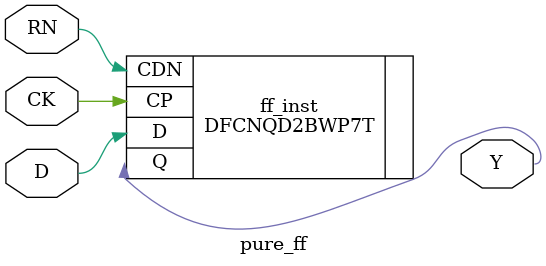
<source format=v>

`timescale 1ns/10ps

module pure_ff #(
    parameter DOMAIN_3V0 = 0
  )(
    input         CK,
    input         RN,
    input         D,
    output        Y
  );

  DFCNQD2BWP7T ff_inst(
    .D   (D),
    .CP  (CK),
    .CDN (RN),
    .Q   (Y)
  );

endmodule


</source>
